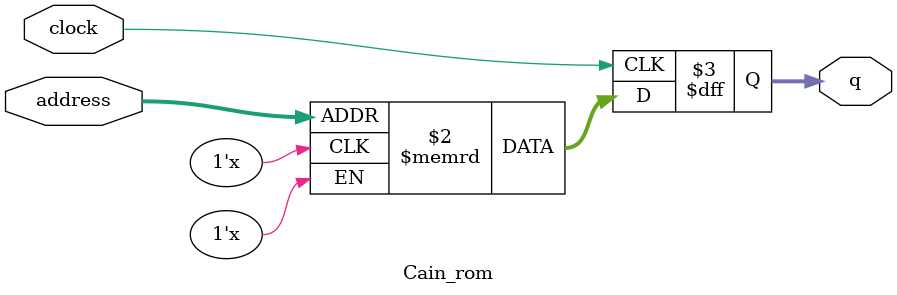
<source format=sv>
module Cain_rom (
	input logic clock,
	input logic [7:0] address,
	output logic [1:0] q
);

logic [1:0] memory [0:255] /* synthesis ram_init_file = "./Cain/Cain.mif" */;

always_ff @ (posedge clock) begin
	q <= memory[address];
end

endmodule

</source>
